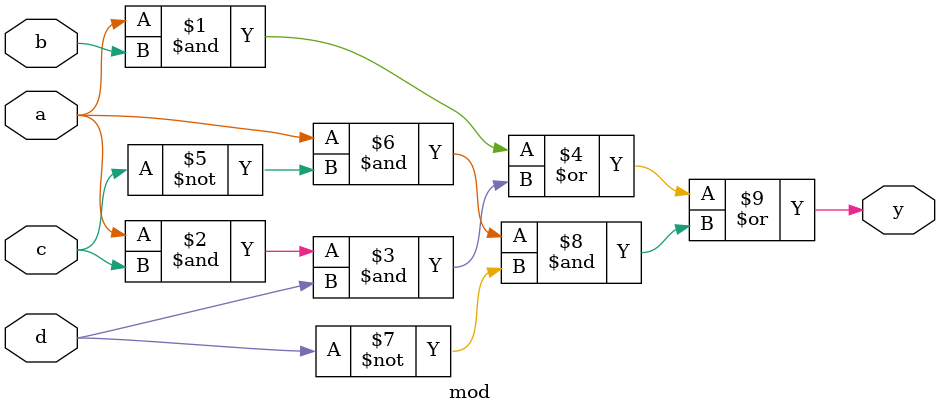
<source format=sv>
/**
 * 演習問題2.28の関数を実装するHDLモジュール
 */ 
module mod(input logic a, b, c, d,
	   output logic y);

   assign y = a & b | a & c & d | a & ~c & ~d;

endmodule // mod

</source>
